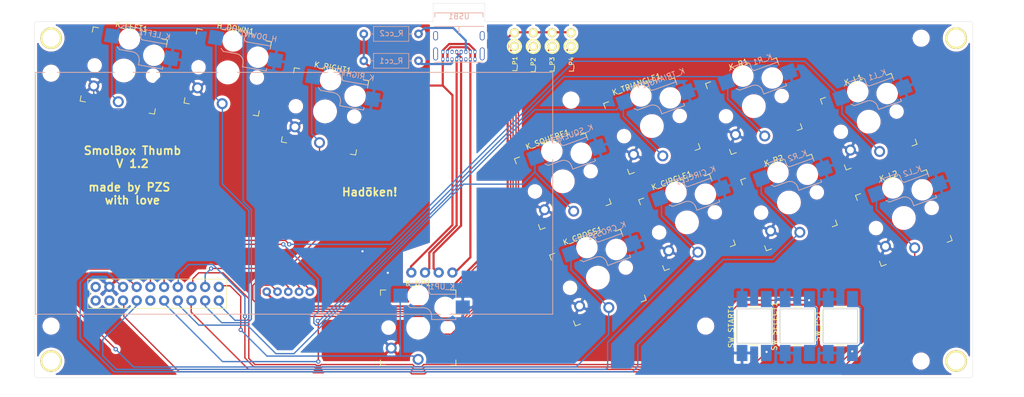
<source format=kicad_pcb>
(kicad_pcb (version 20171130) (host pcbnew "(5.1.9)-1")
  (layers (0 F.Cu signal) (31 B.Cu signal) (34 B.Paste user hide) (35 F.Paste user hide) (36 B.SilkS user) (37 F.SilkS user) (38 B.Mask user) (39 F.Mask user) (44 Edge.Cuts user))
  (net 0 "")
  (net 1 "Net-(BR1-Pad19)")
  (net 2 "Net-(BR1-Pad20)")
  (net 3 "Net-(BR1-Pad17)")
  (net 4 "Net-(BR1-Pad18)")
  (net 5 "Net-(BR1-Pad15)")
  (net 6 "Net-(BR1-Pad16)")
  (net 7 "Net-(BR1-Pad13)")
  (net 8 "Net-(BR1-Pad14)")
  (net 9 "Net-(BR1-Pad11)")
  (net 10 "Net-(BR1-Pad12)")
  (net 11 "Net-(BR1-Pad9)")
  (net 12 "Net-(BR1-Pad10)")
  (net 13 "Net-(BR1-Pad7)")
  (net 14 "Net-(BR1-Pad8)")
  (net 15 "Net-(BR1-Pad5)")
  (net 16 "Net-(BR1-Pad6)")
  (net 17 "Net-(BR1-Pad3)")
  (net 18 "Net-(BR1-Pad4)")
  (net 19 "Net-(BR1-Pad1)")
  (net 20 "Net-(BR1-Pad2)")
  (net 21 "Net-(BR1-Pad24)")
  (net 22 "Net-(BR1-Pad23)")
  (net 23 "Net-(BR1-Pad22)")
  (net 24 "Net-(BR1-Pad21)")
  (net 25 "Net-(BR1-Pad26)")
  (net 26 "Net-(BR1-Pad27)")
  (net 27 "Net-(BR1-Pad25)")
  (net 28 "Net-(R_cc1-Pad1)")
  (net 29 "Net-(R_cc2-Pad1)")
  (net 30 "Net-(USB1-PadA8)")
  (net 31 "Net-(USB1-PadB8)")
  (net 32 "Net-(USB1-PadS1)")
  (net 33 /USB_D-)
  (net 34 /USB_D+)
  (module arcade:SW_PUSH_6mm_hole (layer F.Cu) (at 172.75 146.25 90)
    (fp_text reference SW_PS1 (at 3.25 -2 90) (layer F.SilkS))
    (fp_text value SW_PUSH)
    (pad 1 smd rect (at 8.25 0 180) (size 2 3) (layers B.Cu B.Paste B.Mask) (net 3 "Net-(BR1-Pad17)"))
    (pad 2 smd rect (at 8.25 4.5 180) (size 2 3) (layers B.Cu B.Paste B.Mask) (net 16 "Net-(BR1-Pad6)"))
    (pad 1 smd rect (at -1.75 0 180) (size 2 3) (layers B.Cu B.Paste B.Mask) (net 3 "Net-(BR1-Pad17)"))
    (pad 2 smd rect (at -1.75 4.5 180) (size 2 3) (layers B.Cu B.Paste B.Mask) (net 16 "Net-(BR1-Pad6)"))
  )
  (module arcade:SW_PUSH_6mm_hole (layer F.Cu) (at 164.75 146.25 90)
    (fp_text reference SW_SELECT1 (at 3.25 -2 90) (layer F.SilkS))
    (fp_text value SW_PUSH)
    (pad 1 smd rect (at 8.25 0 180) (size 2 3) (layers B.Cu B.Paste B.Mask) (net 3 "Net-(BR1-Pad17)"))
    (pad 2 smd rect (at 8.25 4.5 180) (size 2 3) (layers B.Cu B.Paste B.Mask) (net 15 "Net-(BR1-Pad5)"))
    (pad 1 smd rect (at -1.75 0 180) (size 2 3) (layers B.Cu B.Paste B.Mask) (net 3 "Net-(BR1-Pad17)"))
    (pad 2 smd rect (at -1.75 4.5 180) (size 2 3) (layers B.Cu B.Paste B.Mask) (net 15 "Net-(BR1-Pad5)"))
  )
  (module arcade:SW_PUSH_6mm_hole (layer F.Cu) (at 156.75 146.25 90)
    (fp_text reference SW_START1 (at 3.25 -2 90) (layer F.SilkS))
    (fp_text value SW_PUSH)
    (pad 1 smd rect (at 8.25 0 180) (size 2 3) (layers B.Cu B.Paste B.Mask) (net 3 "Net-(BR1-Pad17)"))
    (pad 2 smd rect (at 8.25 4.5 180) (size 2 3) (layers B.Cu B.Paste B.Mask) (net 13 "Net-(BR1-Pad7)"))
    (pad 1 smd rect (at -1.75 0 180) (size 2 3) (layers B.Cu B.Paste B.Mask) (net 3 "Net-(BR1-Pad17)"))
    (pad 2 smd rect (at -1.75 4.5 180) (size 2 3) (layers B.Cu B.Paste B.Mask) (net 13 "Net-(BR1-Pad7)"))
  )
  (module MountingHole:MountingHole_2.2mm_M2 (layer F.Cu) (at 125 101)
    (fp_text reference REF** hide)
    (fp_text value MountingHole_2.2mm_M2 hide)
    (pad 1 np_thru_hole circle (at 0 0) (size 2.2 2.2) (drill 2.2) (layers *.Cu *.Mask))
  )
  (module arcade:4085 (layer B.Cu) (at 104.2 87.3)
    (fp_text reference USB1 (at 0 -1.85) (layer B.SilkS) (effects (justify mirror)))
    (fp_text value USB_C_Receptacle_USB2.0)
    (pad S1 thru_hole oval (at 4.325 1.74) (size 0.9 1.7) (drill oval 0.6 1.4) (layers *.Cu *.Mask) (net 32 "Net-(USB1-PadS1)"))
    (pad S1 thru_hole oval (at -4.325 1.74) (size 0.9 1.7) (drill oval 0.6 1.4) (layers *.Cu *.Mask) (net 32 "Net-(USB1-PadS1)"))
    (pad S1 thru_hole oval (at 4.325 5.12) (size 0.9 2.4) (drill oval 0.6 2.1) (layers *.Cu *.Mask) (net 32 "Net-(USB1-PadS1)"))
    (pad S1 thru_hole oval (at -4.325 5.12) (size 0.9 2.4) (drill oval 0.6 2.1) (layers *.Cu *.Mask) (net 32 "Net-(USB1-PadS1)"))
    (pad B1 thru_hole oval (at 2.975 4.775) (size 0.575 0.8) (drill 0.4 (offset 0 -0.05)) (layers *.Cu *.Mask) (net 26 "Net-(BR1-Pad27)"))
    (pad B4 thru_hole oval (at 2.125 4.775) (size 0.575 0.8) (drill 0.4 (offset 0 -0.05)) (layers *.Cu *.Mask) (net 25 "Net-(BR1-Pad26)"))
    (pad B5 thru_hole oval (at 1.275 4.775) (size 0.575 0.8) (drill 0.4 (offset 0 -0.05)) (layers *.Cu *.Mask) (net 29 "Net-(R_cc2-Pad1)"))
    (pad B6 thru_hole oval (at 0.425 4.775) (size 0.575 0.8) (drill 0.4 (offset 0 -0.05)) (layers *.Cu *.Mask) (net 34 /USB_D+))
    (pad B7 thru_hole oval (at -0.425 4.775) (size 0.575 0.8) (drill 0.4 (offset 0 -0.05)) (layers *.Cu *.Mask) (net 33 /USB_D-))
    (pad B8 thru_hole oval (at -1.275 4.775) (size 0.575 0.8) (drill 0.4 (offset 0 -0.05)) (layers *.Cu *.Mask) (net 31 "Net-(USB1-PadB8)"))
    (pad B9 thru_hole oval (at -2.125 4.775) (size 0.575 0.8) (drill 0.4 (offset 0 -0.05)) (layers *.Cu *.Mask) (net 25 "Net-(BR1-Pad26)"))
    (pad B12 thru_hole oval (at -2.975 4.775) (size 0.575 0.8) (drill 0.4 (offset 0 -0.05)) (layers *.Cu *.Mask) (net 26 "Net-(BR1-Pad27)"))
    (pad A12 thru_hole oval (at 2.975 6.1) (size 0.575 0.8) (drill 0.4 (offset 0 0.05)) (layers *.Cu *.Mask) (net 26 "Net-(BR1-Pad27)"))
    (pad A9 thru_hole oval (at 2.125 6.1) (size 0.575 0.8) (drill 0.4 (offset 0 0.05)) (layers *.Cu *.Mask) (net 25 "Net-(BR1-Pad26)"))
    (pad A8 thru_hole oval (at 1.275 6.1) (size 0.575 0.8) (drill 0.4 (offset 0 0.05)) (layers *.Cu *.Mask) (net 30 "Net-(USB1-PadA8)"))
    (pad A7 thru_hole oval (at 0.425 6.1) (size 0.575 0.8) (drill 0.4 (offset 0 0.05)) (layers *.Cu *.Mask) (net 33 /USB_D-))
    (pad A6 thru_hole oval (at -0.425 6.1) (size 0.575 0.8) (drill 0.4 (offset 0 0.05)) (layers *.Cu *.Mask) (net 34 /USB_D+))
    (pad A4 thru_hole oval (at -2.125 6.1) (size 0.575 0.8) (drill 0.4 (offset 0 0.05)) (layers *.Cu *.Mask) (net 25 "Net-(BR1-Pad26)"))
    (pad A1 thru_hole oval (at -2.975 6.1) (size 0.575 0.8) (drill 0.4 (offset 0 0.05)) (layers *.Cu *.Mask) (net 26 "Net-(BR1-Pad27)"))
    (pad A5 thru_hole oval (at -1.275 6.1) (size 0.575 0.8) (drill 0.4 (offset 0 0.05)) (layers *.Cu *.Mask) (net 28 "Net-(R_cc1-Pad1)"))
  )
  (module arcade:Brooks (layer F.Cu) (at 25.6 140.8)
    (fp_text reference BR1 hide)
    (fp_text value DIP1)
    (pad 19 thru_hole circle (at 11.176 -5.08) (size 1.9 1.9) (drill 1) (layers *.Cu *.Mask) (net 1 "Net-(BR1-Pad19)"))
    (pad 20 thru_hole circle (at 11.176 -2.54) (size 1.9 1.9) (drill 1) (layers *.Cu *.Mask) (net 2 "Net-(BR1-Pad20)"))
    (pad 17 thru_hole circle (at 13.716 -5.08) (size 1.9 1.9) (drill 1) (layers *.Cu *.Mask) (net 3 "Net-(BR1-Pad17)"))
    (pad 18 thru_hole circle (at 13.716 -2.54) (size 1.9 1.9) (drill 1) (layers *.Cu *.Mask) (net 4 "Net-(BR1-Pad18)"))
    (pad 15 thru_hole circle (at 16.256 -5.08) (size 1.9 1.9) (drill 1) (layers *.Cu *.Mask) (net 5 "Net-(BR1-Pad15)"))
    (pad 16 thru_hole circle (at 16.256 -2.54) (size 1.9 1.9) (drill 1) (layers *.Cu *.Mask) (net 6 "Net-(BR1-Pad16)"))
    (pad 13 thru_hole circle (at 18.796 -5.08) (size 1.9 1.9) (drill 1) (layers *.Cu *.Mask) (net 7 "Net-(BR1-Pad13)"))
    (pad 14 thru_hole circle (at 18.796 -2.54) (size 1.9 1.9) (drill 1) (layers *.Cu *.Mask) (net 8 "Net-(BR1-Pad14)"))
    (pad 11 thru_hole circle (at 21.336 -5.08) (size 1.9 1.9) (drill 1) (layers *.Cu *.Mask) (net 9 "Net-(BR1-Pad11)"))
    (pad 12 thru_hole circle (at 21.336 -2.54) (size 1.9 1.9) (drill 1) (layers *.Cu *.Mask) (net 10 "Net-(BR1-Pad12)"))
    (pad 9 thru_hole circle (at 23.876 -5.08) (size 1.9 1.9) (drill 1) (layers *.Cu *.Mask) (net 11 "Net-(BR1-Pad9)"))
    (pad 10 thru_hole circle (at 23.876 -2.54) (size 1.9 1.9) (drill 1) (layers *.Cu *.Mask) (net 12 "Net-(BR1-Pad10)"))
    (pad 7 thru_hole circle (at 26.416 -5.08) (size 1.9 1.9) (drill 1) (layers *.Cu *.Mask) (net 13 "Net-(BR1-Pad7)"))
    (pad 8 thru_hole circle (at 26.416 -2.54) (size 1.9 1.9) (drill 1) (layers *.Cu *.Mask) (net 14 "Net-(BR1-Pad8)"))
    (pad 5 thru_hole circle (at 28.956 -5.08) (size 1.9 1.9) (drill 1) (layers *.Cu *.Mask) (net 15 "Net-(BR1-Pad5)"))
    (pad 6 thru_hole circle (at 28.956 -2.54) (size 1.9 1.9) (drill 1) (layers *.Cu *.Mask) (net 16 "Net-(BR1-Pad6)"))
    (pad 3 thru_hole circle (at 31.496 -5.08) (size 1.9 1.9) (drill 1) (layers *.Cu *.Mask) (net 17 "Net-(BR1-Pad3)"))
    (pad 4 thru_hole circle (at 31.496 -2.54) (size 1.9 1.9) (drill 1) (layers *.Cu *.Mask) (net 18 "Net-(BR1-Pad4)"))
    (pad 1 thru_hole circle (at 34.036 -5.08) (size 1.9 1.9) (drill 1) (layers *.Cu *.Mask) (net 19 "Net-(BR1-Pad1)"))
    (pad 2 thru_hole circle (at 34.036 -2.54) (size 1.9 1.9) (drill 1) (layers *.Cu *.Mask) (net 20 "Net-(BR1-Pad2)"))
    (pad 24 thru_hole circle (at 48.926 -4.191) (size 1.6 1.6) (drill 0.8) (layers *.Cu *.Mask) (net 21 "Net-(BR1-Pad24)"))
    (pad 23 thru_hole circle (at 46.926 -4.191) (size 1.6 1.6) (drill 0.8) (layers *.Cu *.Mask) (net 22 "Net-(BR1-Pad23)"))
    (pad 22 thru_hole circle (at 44.926 -4.191) (size 1.6 1.6) (drill 0.8) (layers *.Cu *.Mask) (net 23 "Net-(BR1-Pad22)"))
    (pad 21 thru_hole circle (at 42.926 -4.191) (size 1.6 1.6) (drill 0.8) (layers *.Cu *.Mask) (net 24 "Net-(BR1-Pad21)"))
    (pad 27 thru_hole circle (at 69.7698 -7.747) (size 1.9 1.9) (drill 1) (layers *.Cu *.Mask) (net 26 "Net-(BR1-Pad27)"))
    (pad 28 thru_hole circle (at 72.3098 -7.747) (size 1.9 1.9) (drill 1) (layers *.Cu *.Mask) (net 34 /USB_D+))
    (pad 29 thru_hole circle (at 74.8498 -7.747) (size 1.9 1.9) (drill 1) (layers *.Cu *.Mask) (net 33 /USB_D-))
    (pad 26 thru_hole circle (at 77.3898 -7.747) (size 1.9 1.9) (drill 1) (layers *.Cu *.Mask) (net 25 "Net-(BR1-Pad26)"))
    (pad 25 thru_hole circle (at 50.926 -4.191) (size 1.6 1.6) (drill 0.8) (layers *.Cu *.Mask) (net 27 "Net-(BR1-Pad25)"))
  )
  (module MountingHole:MountingHole_2.2mm_M2 (layer F.Cu) (at 150 143)
    (fp_text reference REF** hide)
    (fp_text value MountingHole_2.2mm_M2 hide)
    (pad 1 np_thru_hole circle (at 0 0) (size 2.2 2.2) (drill 2.2) (layers *.Cu *.Mask))
  )
  (module MountingHole:MountingHole_2.2mm_M2 (layer F.Cu) (at 190 89.5)
    (fp_text reference REF** hide)
    (fp_text value MountingHole_2.2mm_M2)
    (pad 1 np_thru_hole circle (at 0 0) (size 2.2 2.2) (drill 2.2) (layers *.Cu *.Mask))
  )
  (module MountingHole:MountingHole_2.2mm_M2 (layer F.Cu) (at 190 149.5)
    (fp_text reference REF** hide)
    (fp_text value MountingHole_2.2mm_M2)
    (pad "" np_thru_hole circle (at 0 0) (size 2.2 2.2) (drill 2.2) (layers *.Cu *.Mask))
  )
  (module MountingHole:MountingHole_2.2mm_M2 (layer F.Cu) (at 28.5 96)
    (fp_text reference REF** hide)
    (fp_text value MountingHole_2.2mm_M2)
    (pad 1 np_thru_hole circle (at 0 0) (size 2.2 2.2) (drill 2.2) (layers *.Cu *.Mask))
  )
  (module MountingHole:MountingHole_2.2mm_M2 (layer F.Cu) (at 28.5 143)
    (fp_text reference REF** hide)
    (fp_text value MountingHole_2.2mm_M2)
    (pad 1 np_thru_hole circle (at 0 0) (size 2.2 2.2) (drill 2.2) (layers *.Cu *.Mask))
  )
  (module keyboard_parts:HOLE_M3 (layer F.Cu) (at 196.5 149.5)
    (fp_text reference HOLE_M3 hide)
    (fp_text value H1 hide)
    (pad 1 thru_hole circle (at 0 0) (size 4 4) (drill 3.2) (layers *.Cu *.Mask F.SilkS))
  )
  (module keyboard_parts:HOLE_M3 (layer F.Cu) (at 196.5 89.5)
    (fp_text reference HOLE_M3 hide)
    (fp_text value H1 hide)
    (pad 1 thru_hole circle (at 0 0) (size 4 4) (drill 3.2) (layers *.Cu *.Mask F.SilkS))
  )
  (module keyboard_parts:HOLE_M3 (layer F.Cu) (at 28.5 89.5)
    (fp_text reference HOLE_M3 hide)
    (fp_text value H1 hide)
    (pad 1 thru_hole circle (at 0 0) (size 4 4) (drill 3.2) (layers *.Cu *.Mask F.SilkS))
  )
  (module keyboard_parts:HOLE_M3 (layer F.Cu) (at 28.5 149.5)
    (fp_text reference HOLE_M3 hide)
    (fp_text value H1 hide)
    (pad 1 thru_hole circle (at 0 0) (size 4 4) (drill 3.2) (layers *.Cu *.Mask F.SilkS))
  )
  (module keyswitches:Kailh_socket_PG1350_optional (layer F.Cu) (at 61.281532 95.853575 350)
    (fp_text reference H_DOWN1 (at 0 -8.255 170) (layer F.SilkS))
    (fp_text value KEYSW)
    (fp_text user %R (at 4.445 -7.62 170) (layer B.SilkS) (effects (justify mirror)))
    (pad "" np_thru_hole circle (at -5.5 0 350) (size 1.7018 1.7018) (drill 1.7018) (layers *.Cu *.Mask))
    (pad "" np_thru_hole circle (at 5.5 0 350) (size 1.7018 1.7018) (drill 1.7018) (layers *.Cu *.Mask))
    (pad 1 smd rect (at -3.275 -5.95 350) (size 2.6 2.6) (layers B.Cu B.Paste B.Mask) (net 20 "Net-(BR1-Pad2)"))
    (pad "" np_thru_hole circle (at 5 -3.75 350) (size 3 3) (drill 3) (layers *.Cu *.Mask))
    (pad "" np_thru_hole circle (at 0 0 350) (size 3.429 3.429) (drill 3.429) (layers *.Cu *.Mask))
    (pad 2 thru_hole circle (at -5 3.8 350) (size 2.032 2.032) (drill 1.27) (layers *.Cu *.Mask) (net 3 "Net-(BR1-Pad17)"))
    (pad 1 thru_hole circle (at 0 5.9 350) (size 2.032 2.032) (drill 1.27) (layers *.Cu *.Mask) (net 20 "Net-(BR1-Pad2)"))
    (pad "" np_thru_hole circle (at 0 -5.95 350) (size 3 3) (drill 3) (layers *.Cu *.Mask))
    (pad 2 smd rect (at 8.275 -3.75 350) (size 2.6 2.6) (layers B.Cu B.Paste B.Mask) (net 3 "Net-(BR1-Pad17)"))
  )
  (module keyswitches:Kailh_socket_PG1350_optional (layer F.Cu) (at 146.533064 123.725746 20)
    (fp_text reference K_CIRCLE1 (at 0 -8.255 20) (layer F.SilkS))
    (fp_text value KEYSW)
    (fp_text user %R (at 4.445 -7.62 20) (layer B.SilkS) (effects (justify mirror)))
    (pad "" np_thru_hole circle (at -5.5 0 20) (size 1.7018 1.7018) (drill 1.7018) (layers *.Cu *.Mask))
    (pad "" np_thru_hole circle (at 5.5 0 20) (size 1.7018 1.7018) (drill 1.7018) (layers *.Cu *.Mask))
    (pad 1 smd rect (at -3.275 -5.95 20) (size 2.6 2.6) (layers B.Cu B.Paste B.Mask) (net 8 "Net-(BR1-Pad14)"))
    (pad "" np_thru_hole circle (at 5 -3.75 20) (size 3 3) (drill 3) (layers *.Cu *.Mask))
    (pad "" np_thru_hole circle (at 0 0 20) (size 3.429 3.429) (drill 3.429) (layers *.Cu *.Mask))
    (pad 2 thru_hole circle (at -5 3.8 20) (size 2.032 2.032) (drill 1.27) (layers *.Cu *.Mask) (net 3 "Net-(BR1-Pad17)"))
    (pad 1 thru_hole circle (at 0 5.9 20) (size 2.032 2.032) (drill 1.27) (layers *.Cu *.Mask) (net 8 "Net-(BR1-Pad14)"))
    (pad "" np_thru_hole circle (at 0 -5.95 20) (size 3 3) (drill 3) (layers *.Cu *.Mask))
    (pad 2 smd rect (at 8.275 -3.75 20) (size 2.6 2.6) (layers B.Cu B.Paste B.Mask) (net 3 "Net-(BR1-Pad17)"))
  )
  (module keyswitches:Kailh_socket_PG1350_optional (layer F.Cu) (at 180.266131 105.009638 20)
    (fp_text reference K_L1 (at 0 -8.255 20) (layer F.SilkS))
    (fp_text value KEYSW)
    (fp_text user %R (at 4.445 -7.62 20) (layer B.SilkS) (effects (justify mirror)))
    (pad "" np_thru_hole circle (at -5.5 0 20) (size 1.7018 1.7018) (drill 1.7018) (layers *.Cu *.Mask))
    (pad "" np_thru_hole circle (at 5.5 0 20) (size 1.7018 1.7018) (drill 1.7018) (layers *.Cu *.Mask))
    (pad 1 smd rect (at -3.275 -5.95 20) (size 2.6 2.6) (layers B.Cu B.Paste B.Mask) (net 9 "Net-(BR1-Pad11)"))
    (pad "" np_thru_hole circle (at 5 -3.75 20) (size 3 3) (drill 3) (layers *.Cu *.Mask))
    (pad "" np_thru_hole circle (at 0 0 20) (size 3.429 3.429) (drill 3.429) (layers *.Cu *.Mask))
    (pad 2 thru_hole circle (at -5 3.8 20) (size 2.032 2.032) (drill 1.27) (layers *.Cu *.Mask) (net 3 "Net-(BR1-Pad17)"))
    (pad 1 thru_hole circle (at 0 5.9 20) (size 2.032 2.032) (drill 1.27) (layers *.Cu *.Mask) (net 9 "Net-(BR1-Pad11)"))
    (pad "" np_thru_hole circle (at 0 -5.95 20) (size 3 3) (drill 3) (layers *.Cu *.Mask))
    (pad 2 smd rect (at 8.275 -3.75 20) (size 2.6 2.6) (layers B.Cu B.Paste B.Mask) (net 3 "Net-(BR1-Pad17)"))
  )
  (module keyswitches:Kailh_socket_PG1350_optional (layer F.Cu) (at 186.781615 122.910782 20)
    (fp_text reference K_L2 (at 0 -8.255 20) (layer F.SilkS))
    (fp_text value KEYSW)
    (fp_text user %R (at 4.445 -7.62 20) (layer B.SilkS) (effects (justify mirror)))
    (pad "" np_thru_hole circle (at -5.5 0 20) (size 1.7018 1.7018) (drill 1.7018) (layers *.Cu *.Mask))
    (pad "" np_thru_hole circle (at 5.5 0 20) (size 1.7018 1.7018) (drill 1.7018) (layers *.Cu *.Mask))
    (pad 1 smd rect (at -3.275 -5.95 20) (size 2.6 2.6) (layers B.Cu B.Paste B.Mask) (net 6 "Net-(BR1-Pad16)"))
    (pad "" np_thru_hole circle (at 5 -3.75 20) (size 3 3) (drill 3) (layers *.Cu *.Mask))
    (pad "" np_thru_hole circle (at 0 0 20) (size 3.429 3.429) (drill 3.429) (layers *.Cu *.Mask))
    (pad 2 thru_hole circle (at -5 3.8 20) (size 2.032 2.032) (drill 1.27) (layers *.Cu *.Mask) (net 3 "Net-(BR1-Pad17)"))
    (pad 1 thru_hole circle (at 0 5.9 20) (size 2.032 2.032) (drill 1.27) (layers *.Cu *.Mask) (net 6 "Net-(BR1-Pad16)"))
    (pad "" np_thru_hole circle (at 0 -5.95 20) (size 3 3) (drill 3) (layers *.Cu *.Mask))
    (pad 2 smd rect (at 8.275 -3.75 20) (size 2.6 2.6) (layers B.Cu B.Paste B.Mask) (net 3 "Net-(BR1-Pad17)"))
  )
  (module keyswitches:Kailh_socket_PG1350_optional (layer F.Cu) (at 42 95.5 350)
    (fp_text reference K_LEFT1 (at 0 -8.255 170) (layer F.SilkS))
    (fp_text value KEYSW)
    (fp_text user %R (at 4.445 -7.62 170) (layer B.SilkS) (effects (justify mirror)))
    (pad "" np_thru_hole circle (at -5.5 0 350) (size 1.7018 1.7018) (drill 1.7018) (layers *.Cu *.Mask))
    (pad "" np_thru_hole circle (at 5.5 0 350) (size 1.7018 1.7018) (drill 1.7018) (layers *.Cu *.Mask))
    (pad 1 smd rect (at -3.275 -5.95 350) (size 2.6 2.6) (layers B.Cu B.Paste B.Mask) (net 18 "Net-(BR1-Pad4)"))
    (pad "" np_thru_hole circle (at 5 -3.75 350) (size 3 3) (drill 3) (layers *.Cu *.Mask))
    (pad "" np_thru_hole circle (at 0 0 350) (size 3.429 3.429) (drill 3.429) (layers *.Cu *.Mask))
    (pad 2 thru_hole circle (at -5 3.8 350) (size 2.032 2.032) (drill 1.27) (layers *.Cu *.Mask) (net 3 "Net-(BR1-Pad17)"))
    (pad 1 thru_hole circle (at 0 5.9 350) (size 2.032 2.032) (drill 1.27) (layers *.Cu *.Mask) (net 18 "Net-(BR1-Pad4)"))
    (pad "" np_thru_hole circle (at 0 -5.95 350) (size 3 3) (drill 3) (layers *.Cu *.Mask))
    (pad 2 smd rect (at 8.275 -3.75 350) (size 2.6 2.6) (layers B.Cu B.Paste B.Mask) (net 3 "Net-(BR1-Pad17)"))
  )
  (module keyswitches:Kailh_socket_PG1350_optional (layer F.Cu) (at 158.944785 102.128195 20)
    (fp_text reference K_R1 (at 0 -8.255 20) (layer F.SilkS))
    (fp_text value KEYSW)
    (fp_text user %R (at 4.445 -7.62 20) (layer B.SilkS) (effects (justify mirror)))
    (pad "" np_thru_hole circle (at -5.5 0 20) (size 1.7018 1.7018) (drill 1.7018) (layers *.Cu *.Mask))
    (pad "" np_thru_hole circle (at 5.5 0 20) (size 1.7018 1.7018) (drill 1.7018) (layers *.Cu *.Mask))
    (pad 1 smd rect (at -3.275 -5.95 20) (size 2.6 2.6) (layers B.Cu B.Paste B.Mask) (net 12 "Net-(BR1-Pad10)"))
    (pad "" np_thru_hole circle (at 5 -3.75 20) (size 3 3) (drill 3) (layers *.Cu *.Mask))
    (pad "" np_thru_hole circle (at 0 0 20) (size 3.429 3.429) (drill 3.429) (layers *.Cu *.Mask))
    (pad 2 thru_hole circle (at -5 3.8 20) (size 2.032 2.032) (drill 1.27) (layers *.Cu *.Mask) (net 3 "Net-(BR1-Pad17)"))
    (pad 1 thru_hole circle (at 0 5.9 20) (size 2.032 2.032) (drill 1.27) (layers *.Cu *.Mask) (net 12 "Net-(BR1-Pad10)"))
    (pad "" np_thru_hole circle (at 0 -5.95 20) (size 3 3) (drill 3) (layers *.Cu *.Mask))
    (pad 2 smd rect (at 8.275 -3.75 20) (size 2.6 2.6) (layers B.Cu B.Paste B.Mask) (net 3 "Net-(BR1-Pad17)"))
  )
  (module keyswitches:Kailh_socket_PG1350_optional (layer F.Cu) (at 165.460269 120.02934 20)
    (fp_text reference K_R2 (at 0 -8.255 20) (layer F.SilkS))
    (fp_text value KEYSW)
    (fp_text user %R (at 4.445 -7.62 20) (layer B.SilkS) (effects (justify mirror)))
    (pad "" np_thru_hole circle (at -5.5 0 20) (size 1.7018 1.7018) (drill 1.7018) (layers *.Cu *.Mask))
    (pad "" np_thru_hole circle (at 5.5 0 20) (size 1.7018 1.7018) (drill 1.7018) (layers *.Cu *.Mask))
    (pad 1 smd rect (at -3.275 -5.95 20) (size 2.6 2.6) (layers B.Cu B.Paste B.Mask) (net 5 "Net-(BR1-Pad15)"))
    (pad "" np_thru_hole circle (at 5 -3.75 20) (size 3 3) (drill 3) (layers *.Cu *.Mask))
    (pad "" np_thru_hole circle (at 0 0 20) (size 3.429 3.429) (drill 3.429) (layers *.Cu *.Mask))
    (pad 2 thru_hole circle (at -5 3.8 20) (size 2.032 2.032) (drill 1.27) (layers *.Cu *.Mask) (net 3 "Net-(BR1-Pad17)"))
    (pad 1 thru_hole circle (at 0 5.9 20) (size 2.032 2.032) (drill 1.27) (layers *.Cu *.Mask) (net 5 "Net-(BR1-Pad15)"))
    (pad "" np_thru_hole circle (at 0 -5.95 20) (size 3 3) (drill 3) (layers *.Cu *.Mask))
    (pad 2 smd rect (at 8.275 -3.75 20) (size 2.6 2.6) (layers B.Cu B.Paste B.Mask) (net 3 "Net-(BR1-Pad17)"))
  )
  (module keyswitches:Kailh_socket_PG1350_optional (layer F.Cu) (at 79.347526 103.100803 350)
    (fp_text reference K_RIGHT1 (at 0 -8.255 170) (layer F.SilkS))
    (fp_text value KEYSW)
    (fp_text user %R (at 4.445 -7.62 170) (layer B.SilkS) (effects (justify mirror)))
    (pad "" np_thru_hole circle (at -5.5 0 350) (size 1.7018 1.7018) (drill 1.7018) (layers *.Cu *.Mask))
    (pad "" np_thru_hole circle (at 5.5 0 350) (size 1.7018 1.7018) (drill 1.7018) (layers *.Cu *.Mask))
    (pad 1 smd rect (at -3.275 -5.95 350) (size 2.6 2.6) (layers B.Cu B.Paste B.Mask) (net 17 "Net-(BR1-Pad3)"))
    (pad "" np_thru_hole circle (at 5 -3.75 350) (size 3 3) (drill 3) (layers *.Cu *.Mask))
    (pad "" np_thru_hole circle (at 0 0 350) (size 3.429 3.429) (drill 3.429) (layers *.Cu *.Mask))
    (pad 2 thru_hole circle (at -5 3.8 350) (size 2.032 2.032) (drill 1.27) (layers *.Cu *.Mask) (net 3 "Net-(BR1-Pad17)"))
    (pad 1 thru_hole circle (at 0 5.9 350) (size 2.032 2.032) (drill 1.27) (layers *.Cu *.Mask) (net 17 "Net-(BR1-Pad3)"))
    (pad "" np_thru_hole circle (at 0 -5.95 350) (size 3 3) (drill 3) (layers *.Cu *.Mask))
    (pad 2 smd rect (at 8.275 -3.75 350) (size 2.6 2.6) (layers B.Cu B.Paste B.Mask) (net 3 "Net-(BR1-Pad17)"))
  )
  (module keyswitches:Kailh_socket_PG1350_optional (layer F.Cu) (at 123.484516 116.098856 20)
    (fp_text reference K_SQUERE1 (at 0 -8.255 20) (layer F.SilkS))
    (fp_text value KEYSW)
    (fp_text user %R (at 4.445 -7.62 20) (layer B.SilkS) (effects (justify mirror)))
    (pad "" np_thru_hole circle (at -5.5 0 20) (size 1.7018 1.7018) (drill 1.7018) (layers *.Cu *.Mask))
    (pad "" np_thru_hole circle (at 5.5 0 20) (size 1.7018 1.7018) (drill 1.7018) (layers *.Cu *.Mask))
    (pad 1 smd rect (at -3.275 -5.95 20) (size 2.6 2.6) (layers B.Cu B.Paste B.Mask) (net 14 "Net-(BR1-Pad8)"))
    (pad "" np_thru_hole circle (at 5 -3.75 20) (size 3 3) (drill 3) (layers *.Cu *.Mask))
    (pad "" np_thru_hole circle (at 0 0 20) (size 3.429 3.429) (drill 3.429) (layers *.Cu *.Mask))
    (pad 2 thru_hole circle (at -5 3.8 20) (size 2.032 2.032) (drill 1.27) (layers *.Cu *.Mask) (net 3 "Net-(BR1-Pad17)"))
    (pad 1 thru_hole circle (at 0 5.9 20) (size 2.032 2.032) (drill 1.27) (layers *.Cu *.Mask) (net 14 "Net-(BR1-Pad8)"))
    (pad "" np_thru_hole circle (at 0 -5.95 20) (size 3 3) (drill 3) (layers *.Cu *.Mask))
    (pad 2 smd rect (at 8.275 -3.75 20) (size 2.6 2.6) (layers B.Cu B.Paste B.Mask) (net 3 "Net-(BR1-Pad17)"))
  )
  (module keyswitches:Kailh_socket_PG1350_optional (layer F.Cu) (at 140.01758 105.824601 20)
    (fp_text reference K_TRIANGLE1 (at 0 -8.255 20) (layer F.SilkS))
    (fp_text value KEYSW)
    (fp_text user %R (at 4.445 -7.62 20) (layer B.SilkS) (effects (justify mirror)))
    (pad "" np_thru_hole circle (at -5.5 0 20) (size 1.7018 1.7018) (drill 1.7018) (layers *.Cu *.Mask))
    (pad "" np_thru_hole circle (at 5.5 0 20) (size 1.7018 1.7018) (drill 1.7018) (layers *.Cu *.Mask))
    (pad 1 smd rect (at -3.275 -5.95 20) (size 2.6 2.6) (layers B.Cu B.Paste B.Mask) (net 11 "Net-(BR1-Pad9)"))
    (pad "" np_thru_hole circle (at 5 -3.75 20) (size 3 3) (drill 3) (layers *.Cu *.Mask))
    (pad "" np_thru_hole circle (at 0 0 20) (size 3.429 3.429) (drill 3.429) (layers *.Cu *.Mask))
    (pad 2 thru_hole circle (at -5 3.8 20) (size 2.032 2.032) (drill 1.27) (layers *.Cu *.Mask) (net 3 "Net-(BR1-Pad17)"))
    (pad 1 thru_hole circle (at 0 5.9 20) (size 2.032 2.032) (drill 1.27) (layers *.Cu *.Mask) (net 11 "Net-(BR1-Pad9)"))
    (pad "" np_thru_hole circle (at 0 -5.95 20) (size 3 3) (drill 3) (layers *.Cu *.Mask))
    (pad 2 smd rect (at 8.275 -3.75 20) (size 2.6 2.6) (layers B.Cu B.Paste B.Mask) (net 3 "Net-(BR1-Pad17)"))
  )
  (module keyswitches:Kailh_socket_PG1350_optional (layer F.Cu) (at 96.635383 143.292465)
    (fp_text reference K_UP1 (at 0 -8.255) (layer F.SilkS))
    (fp_text value KEYSW)
    (fp_text user %R (at 4.445 -7.62) (layer B.SilkS) (effects (justify mirror)))
    (pad 2 smd rect (at 8.275 -3.75) (size 2.6 2.6) (layers B.Cu B.Paste B.Mask) (net 3 "Net-(BR1-Pad17)"))
    (pad "" np_thru_hole circle (at 0 -5.95) (size 3 3) (drill 3) (layers *.Cu *.Mask))
    (pad 1 thru_hole circle (at 0 5.9) (size 2.032 2.032) (drill 1.27) (layers *.Cu *.Mask) (net 19 "Net-(BR1-Pad1)"))
    (pad 2 thru_hole circle (at -5 3.8) (size 2.032 2.032) (drill 1.27) (layers *.Cu *.Mask) (net 3 "Net-(BR1-Pad17)"))
    (pad "" np_thru_hole circle (at 0 0) (size 3.429 3.429) (drill 3.429) (layers *.Cu *.Mask))
    (pad "" np_thru_hole circle (at 5 -3.75) (size 3 3) (drill 3) (layers *.Cu *.Mask))
    (pad 1 smd rect (at -3.275 -5.95) (size 2.6 2.6) (layers B.Cu B.Paste B.Mask) (net 19 "Net-(BR1-Pad1)"))
    (pad "" np_thru_hole circle (at 5.5 0) (size 1.7018 1.7018) (drill 1.7018) (layers *.Cu *.Mask))
    (pad "" np_thru_hole circle (at -5.5 0) (size 1.7018 1.7018) (drill 1.7018) (layers *.Cu *.Mask))
  )
  (module keyboard_parts:LED_TH (layer F.Cu) (at 114.5 89.75 90)
    (fp_text reference L_P1 (at -4.55 0.1 90) (layer F.SilkS) (effects (font (size 0.8 0.8))))
    (fp_text value LED hide)
    (pad 2 thru_hole circle (at 1.27 0 90) (size 1.7 1.7) (drill 1) (layers *.Cu *.Mask F.SilkS) (net 24 "Net-(BR1-Pad21)"))
    (pad 1 thru_hole circle (at -1.27 0 90) (size 1.7 1.7) (drill 1) (layers *.Cu *.Mask F.SilkS) (net 23 "Net-(BR1-Pad22)"))
  )
  (module keyboard_parts:LED_TH (layer F.Cu) (at 118 89.75 90)
    (fp_text reference L_P2 (at -4.75 0 90) (layer F.SilkS) (effects (font (size 0.8 0.8))))
    (fp_text value LED hide)
    (pad 2 thru_hole circle (at 1.27 0 90) (size 1.7 1.7) (drill 1) (layers *.Cu *.Mask F.SilkS) (net 24 "Net-(BR1-Pad21)"))
    (pad 1 thru_hole circle (at -1.27 0 90) (size 1.7 1.7) (drill 1) (layers *.Cu *.Mask F.SilkS) (net 22 "Net-(BR1-Pad23)"))
  )
  (module keyboard_parts:LED_TH (layer F.Cu) (at 121.5 89.75 90)
    (fp_text reference L_P3 (at -4.65 0 90) (layer F.SilkS) (effects (font (size 0.8 0.8))))
    (fp_text value LED hide)
    (pad 2 thru_hole circle (at 1.27 0 90) (size 1.7 1.7) (drill 1) (layers *.Cu *.Mask F.SilkS) (net 24 "Net-(BR1-Pad21)"))
    (pad 1 thru_hole circle (at -1.27 0 90) (size 1.7 1.7) (drill 1) (layers *.Cu *.Mask F.SilkS) (net 21 "Net-(BR1-Pad24)"))
  )
  (module keyboard_parts:LED_TH (layer F.Cu) (at 125 89.75 90)
    (fp_text reference L_P4 (at -4.65 0.1 90) (layer F.SilkS) (effects (font (size 0.8 0.8))))
    (fp_text value LED hide)
    (pad 2 thru_hole circle (at 1.27 0 90) (size 1.7 1.7) (drill 1) (layers *.Cu *.Mask F.SilkS) (net 24 "Net-(BR1-Pad21)"))
    (pad 1 thru_hole circle (at -1.27 0 90) (size 1.7 1.7) (drill 1) (layers *.Cu *.Mask F.SilkS) (net 27 "Net-(BR1-Pad25)"))
  )
  (module keyswitches:Kailh_socket_PG1350_optional (layer F.Cu) (at 130 134 20)
    (fp_text reference K_CROSS1 (at 0 -8.255 20) (layer F.SilkS))
    (fp_text value KEYSW)
    (fp_text user %R (at 4.445 -7.62 20) (layer B.SilkS) (effects (justify mirror)))
    (pad "" np_thru_hole circle (at -5.5 0 20) (size 1.7018 1.7018) (drill 1.7018) (layers *.Cu *.Mask))
    (pad "" np_thru_hole circle (at 5.5 0 20) (size 1.7018 1.7018) (drill 1.7018) (layers *.Cu *.Mask))
    (pad 1 smd rect (at -3.275 -5.95 20) (size 2.6 2.6) (layers B.Cu B.Paste B.Mask) (net 7 "Net-(BR1-Pad13)"))
    (pad "" np_thru_hole circle (at 5 -3.75 20) (size 3 3) (drill 3) (layers *.Cu *.Mask))
    (pad "" np_thru_hole circle (at 0 0 20) (size 3.429 3.429) (drill 3.429) (layers *.Cu *.Mask))
    (pad 2 thru_hole circle (at -5 3.8 20) (size 2.032 2.032) (drill 1.27) (layers *.Cu *.Mask) (net 3 "Net-(BR1-Pad17)"))
    (pad 1 thru_hole circle (at 0 5.9 20) (size 2.032 2.032) (drill 1.27) (layers *.Cu *.Mask) (net 7 "Net-(BR1-Pad13)"))
    (pad "" np_thru_hole circle (at 0 -5.95 20) (size 3 3) (drill 3) (layers *.Cu *.Mask))
    (pad 2 smd rect (at 8.275 -3.75 20) (size 2.6 2.6) (layers B.Cu B.Paste B.Mask) (net 3 "Net-(BR1-Pad17)"))
  )
  (module Resistor_THT:R_Axial_DIN0207_L6.3mm_D2.5mm_P10.16mm_Horizontal (layer B.Cu) (at 96.7 93.7 180)
    (fp_text reference R_cc1 (at 5.08 0 180) (layer B.SilkS) (effects (justify mirror)))
    (fp_text value R)
    (pad 1 thru_hole circle (at 0 0 180) (size 1.6 1.6) (drill 0.8) (layers *.Cu *.Mask) (net 28 "Net-(R_cc1-Pad1)"))
    (pad 2 thru_hole oval (at 10.16 0 180) (size 1.6 1.6) (drill 0.8) (layers *.Cu *.Mask) (net 26 "Net-(BR1-Pad27)"))
  )
  (module Resistor_THT:R_Axial_DIN0207_L6.3mm_D2.5mm_P10.16mm_Horizontal (layer B.Cu) (at 96.7 88.7 180)
    (fp_text reference R_cc2 (at 5 0.1 180) (layer B.SilkS) (effects (justify mirror)))
    (fp_text value R)
    (pad 2 thru_hole oval (at 10.16 0 180) (size 1.6 1.6) (drill 0.8) (layers *.Cu *.Mask) (net 26 "Net-(BR1-Pad27)"))
    (pad 1 thru_hole circle (at 0 0 180) (size 1.6 1.6) (drill 0.8) (layers *.Cu *.Mask) (net 29 "Net-(R_cc2-Pad1)"))
  )
  (gr_line (start 171.8 139.8) (end 171.8 146.2) (layer Edge.Cuts) (width 0.15))
  (gr_line (start 178.2 146.2) (end 178.2 139.8) (layer Edge.Cuts) (width 0.15))
  (gr_line (start 178.2 139.8) (end 171.8 139.8) (layer Edge.Cuts) (width 0.15))
  (gr_line (start 171.8 146.2) (end 178.2 146.2) (layer Edge.Cuts) (width 0.15))
  (gr_line (start 163.8 139.8) (end 163.8 146.2) (layer Edge.Cuts) (width 0.15))
  (gr_line (start 170.2 146.2) (end 170.2 139.8) (layer Edge.Cuts) (width 0.15))
  (gr_line (start 170.2 139.8) (end 163.8 139.8) (layer Edge.Cuts) (width 0.15))
  (gr_line (start 163.8 146.2) (end 170.2 146.2) (layer Edge.Cuts) (width 0.15))
  (gr_line (start 162.2 139.8) (end 155.8 139.8) (layer Edge.Cuts) (width 0.15))
  (gr_line (start 162.2 146.2) (end 162.2 139.8) (layer Edge.Cuts) (width 0.15))
  (gr_line (start 155.8 146.2) (end 162.2 146.2) (layer Edge.Cuts) (width 0.15))
  (gr_line (start 155.8 139.8) (end 155.8 146.2) (layer Edge.Cuts) (width 0.15))
  (gr_text "made by PZS \nwith love" (at 43.6 118.4) (layer F.SilkS) (effects (font (size 1.5 1.5) (thickness 0.3))))
  (gr_text "SmolBox Thumb\nV 1.2" (at 43.6 111.6) (layer F.SilkS) (effects (font (size 1.5 1.5) (thickness 0.3))))
  (gr_text "Hadōken! " (at 88.2 118.1) (layer F.SilkS) (effects (font (size 1.5 1.5) (thickness 0.3))))
  (gr_line (start 109 86.4) (end 199.1 86.4) (layer Edge.Cuts) (width 0.05))
  (gr_line (start 25.9 86.4) (end 99.4 86.4) (layer Edge.Cuts) (width 0.05))
  (gr_line (start 109 83) (end 109 86.4) (layer Edge.Cuts) (width 0.05))
  (gr_line (start 99.4 83) (end 109 83) (layer Edge.Cuts) (width 0.05))
  (gr_line (start 99.4 86.4) (end 99.4 83) (layer Edge.Cuts) (width 0.05))
  (gr_arc (start 199.1 152.1) (end 199.1 152.6) (angle -90) (layer Edge.Cuts) (width 0.05))
  (gr_arc (start 199.1 86.9) (end 199.6 86.9) (angle -90) (layer Edge.Cuts) (width 0.05))
  (gr_arc (start 25.9 86.9) (end 25.9 86.4) (angle -90) (layer Edge.Cuts) (width 0.05))
  (gr_arc (start 25.9 152.1) (end 25.4 152.1) (angle -90) (layer Edge.Cuts) (width 0.05))
  (gr_line (start 25.4 86.9) (end 25.4 152.1) (layer Edge.Cuts) (width 0.05))
  (gr_line (start 199.6 152.1) (end 199.6 86.9) (layer Edge.Cuts) (width 0.05))
  (gr_line (start 25.9 152.6) (end 199.1 152.6) (layer Edge.Cuts) (width 0.05))
  (segment (start 173.076035 113.894825) (end 172.865249 113.684039) (width 0.25) (layer B.Cu) (net 3))
  (segment (start 42.960475 102.651367) (end 50.7 94.911842) (width 0.25) (layer B.Cu) (net 3))
  (segment (start 39.256596 102.651367) (end 42.960475 102.651367) (width 0.25) (layer B.Cu) (net 3))
  (segment (start 36.416098 99.810869) (end 39.256596 102.651367) (width 0.25) (layer B.Cu) (net 3))
  (segment (start 36.416098 98.374029) (end 36.416098 99.810869) (width 0.25) (layer B.Cu) (net 3))
  (segment (start 50.7 94.911842) (end 50.7 93.7) (width 0.25) (layer B.Cu) (net 3))
  (via (at 86.3 129.1) (size 0.8) (drill 0.4) (layers F.Cu B.Cu) (net 3))
  (via (at 91 133.1) (size 0.8) (drill 0.4) (layers F.Cu B.Cu) (net 3))
  (segment (start 87 129.1) (end 91 133.1) (width 0.25) (layer F.Cu) (net 3))
  (segment (start 86.3 129.1) (end 87 129.1) (width 0.25) (layer F.Cu) (net 3))
  (segment (start 167.478188 125.573526) (end 160.3 118.395338) (width 0.25) (layer B.Cu) (net 5))
  (segment (start 160.3 118.395338) (end 160.3 115.8) (width 0.25) (layer B.Cu) (net 5))
  (segment (start 160.3 116.862416) (end 160.3 117.4) (width 0.25) (layer B.Cu) (net 5))
  (segment (start 137.399978 150.500022) (end 136.5 151.4) (width 0.25) (layer B.Cu) (net 5))
  (segment (start 137.399978 146.500022) (end 137.399978 150.500022) (width 0.25) (layer B.Cu) (net 5))
  (segment (start 162.440781 130.610933) (end 153.289067 130.610933) (width 0.25) (layer B.Cu) (net 5))
  (segment (start 153.289067 130.610933) (end 137.399978 146.500022) (width 0.25) (layer B.Cu) (net 5))
  (segment (start 167.478188 125.573526) (end 162.440781 130.610933) (width 0.25) (layer B.Cu) (net 5))
  (segment (start 39 133) (end 42.1 136.1) (width 0.25) (layer B.Cu) (net 5))
  (segment (start 35.8 133) (end 39 133) (width 0.25) (layer B.Cu) (net 5))
  (segment (start 33.9 134.9) (end 35.8 133) (width 0.25) (layer B.Cu) (net 5))
  (segment (start 33.9 145.2) (end 33.9 134.9) (width 0.25) (layer B.Cu) (net 5))
  (segment (start 40.200022 151.500022) (end 33.9 145.2) (width 0.25) (layer B.Cu) (net 5))
  (segment (start 136.399978 151.500022) (end 40.200022 151.500022) (width 0.25) (layer B.Cu) (net 5))
  (segment (start 136.5 151.4) (end 136.399978 151.500022) (width 0.25) (layer B.Cu) (net 5))
  (segment (start 188.799534 128.454968) (end 181.7 121.355434) (width 0.25) (layer B.Cu) (net 6))
  (segment (start 181.7 121.355434) (end 181.7 118.6) (width 0.25) (layer B.Cu) (net 6))
  (segment (start 97.838264 151.883499) (end 98.221762 151.5) (width 0.25) (layer F.Cu) (net 6))
  (segment (start 95.432502 151.883499) (end 97.838264 151.883499) (width 0.25) (layer F.Cu) (net 6))
  (segment (start 95.049004 151.5) (end 95.432502 151.883499) (width 0.25) (layer F.Cu) (net 6))
  (segment (start 79.182237 151.5) (end 95.049004 151.5) (width 0.25) (layer F.Cu) (net 6))
  (segment (start 79.007201 151.675036) (end 79.182237 151.5) (width 0.25) (layer F.Cu) (net 6))
  (segment (start 77.192799 151.675036) (end 79.007201 151.675036) (width 0.25) (layer F.Cu) (net 6))
  (segment (start 77.017763 151.5) (end 77.192799 151.675036) (width 0.25) (layer F.Cu) (net 6))
  (segment (start 52.3 151.5) (end 77.017763 151.5) (width 0.25) (layer F.Cu) (net 6))
  (segment (start 42 141.2) (end 52.3 151.5) (width 0.25) (layer F.Cu) (net 6))
  (segment (start 188.8 137.4) (end 188.8 129.3) (width 0.25) (layer F.Cu) (net 6))
  (segment (start 174.7 151.5) (end 188.8 137.4) (width 0.25) (layer F.Cu) (net 6))
  (segment (start 42 138.3) (end 42 141.2) (width 0.25) (layer F.Cu) (net 6))
  (segment (start 98.221762 151.5) (end 174.7 151.5) (width 0.25) (layer F.Cu) (net 6))
  (segment (start 132.017919 139.544186) (end 125 132.526267) (width 0.25) (layer B.Cu) (net 7))
  (segment (start 125 132.526267) (end 125 129.6) (width 0.25) (layer B.Cu) (net 7))
  (via (at 40.5 147.3) (size 0.8) (drill 0.4) (layers F.Cu B.Cu) (net 7))
  (segment (start 41 132.4) (end 44.4 135.8) (width 0.25) (layer F.Cu) (net 7))
  (segment (start 33.3 132.4) (end 41 132.4) (width 0.25) (layer F.Cu) (net 7))
  (segment (start 31.2 138) (end 31.2 134.5) (width 0.25) (layer F.Cu) (net 7))
  (segment (start 31.2 134.5) (end 33.3 132.4) (width 0.25) (layer F.Cu) (net 7))
  (segment (start 40.5 147.3) (end 31.2 138) (width 0.25) (layer F.Cu) (net 7))
  (segment (start 43.8 150.6) (end 40.5 147.3) (width 0.25) (layer B.Cu) (net 7))
  (segment (start 125.962105 150.6) (end 43.8 150.6) (width 0.25) (layer B.Cu) (net 7))
  (segment (start 132 144.562105) (end 125.962105 150.6) (width 0.25) (layer B.Cu) (net 7))
  (segment (start 132 139.6) (end 132 144.562105) (width 0.25) (layer B.Cu) (net 7))
  (segment (start 148.550983 129.269932) (end 141.8 122.518949) (width 0.25) (layer B.Cu) (net 8))
  (segment (start 141.8 122.518949) (end 141.8 119.6) (width 0.25) (layer B.Cu) (net 8))
  (segment (start 131.8 150.7) (end 131.5 151) (width 0.25) (layer B.Cu) (net 8))
  (segment (start 131.8 146.020915) (end 131.8 150.7) (width 0.25) (layer B.Cu) (net 8))
  (segment (start 148.550983 129.269932) (end 131.8 146.020915) (width 0.25) (layer B.Cu) (net 8))
  (segment (start 38.1 145.5) (end 44.5 139.1) (width 0.25) (layer B.Cu) (net 8))
  (segment (start 38.1 148.5) (end 38.1 145.5) (width 0.25) (layer B.Cu) (net 8))
  (segment (start 40.650011 151.050011) (end 38.1 148.5) (width 0.25) (layer B.Cu) (net 8))
  (segment (start 131.449989 151.050011) (end 40.650011 151.050011) (width 0.25) (layer B.Cu) (net 8))
  (segment (start 131.8 150.7) (end 131.449989 151.050011) (width 0.25) (layer B.Cu) (net 8))
  (segment (start 182.28405 110.553824) (end 175.3 103.569774) (width 0.25) (layer B.Cu) (net 9))
  (segment (start 175.3 103.569774) (end 175.3 100.6) (width 0.25) (layer B.Cu) (net 9))
  (via (at 72.7 127.8) (size 0.8) (drill 0.4) (layers F.Cu B.Cu) (net 9))
  (segment (start 71.974998 127.074998) (end 72.7 127.8) (width 0.25) (layer F.Cu) (net 9))
  (segment (start 53.825002 127.074998) (end 71.974998 127.074998) (width 0.25) (layer F.Cu) (net 9))
  (segment (start 46.936 133.964) (end 53.825002 127.074998) (width 0.25) (layer F.Cu) (net 9))
  (segment (start 46.936 136.22) (end 46.936 133.964) (width 0.25) (layer F.Cu) (net 9))
  (segment (start 175.153618 100.538583) (end 168.397929 93.782894) (width 0.25) (layer B.Cu) (net 9))
  (segment (start 126.117106 93.782894) (end 125.880695 93.782894) (width 0.25) (layer B.Cu) (net 9))
  (segment (start 168.397929 93.782894) (end 126.117106 93.782894) (width 0.25) (layer B.Cu) (net 9))
  (segment (start 125.617106 93.782894) (end 126.117106 93.782894) (width 0.25) (layer B.Cu) (net 9))
  (segment (start 120.45 98.95) (end 125.617106 93.782894) (width 0.25) (layer B.Cu) (net 9))
  (segment (start 120.299988 99.100012) (end 120.45 98.95) (width 0.25) (layer B.Cu) (net 9))
  (segment (start 120.299991 99.100009) (end 120.45 98.95) (width 0.25) (layer B.Cu) (net 9))
  (segment (start 73.265685 127.8) (end 72.7 127.8) (width 0.25) (layer B.Cu) (net 9))
  (segment (start 91.6 127.8) (end 73.265685 127.8) (width 0.25) (layer B.Cu) (net 9))
  (segment (start 121.4 98) (end 91.6 127.8) (width 0.25) (layer B.Cu) (net 9))
  (segment (start 142.035499 111.368787) (end 134.7 104.033288) (width 0.25) (layer B.Cu) (net 11))
  (segment (start 134.7 104.033288) (end 134.7 101.6) (width 0.25) (layer B.Cu) (net 11))
  (via (at 71.6 127.8) (size 0.8) (drill 0.4) (layers F.Cu B.Cu) (net 11))
  (segment (start 53.9 127.8) (end 71.6 127.8) (width 0.25) (layer F.Cu) (net 11))
  (segment (start 49.476 132.224) (end 53.9 127.8) (width 0.25) (layer F.Cu) (net 11))
  (segment (start 49.476 136.22) (end 49.476 132.224) (width 0.25) (layer F.Cu) (net 11))
  (segment (start 78.1 134.3) (end 71.6 127.8) (width 0.25) (layer B.Cu) (net 11))
  (segment (start 78.1 140.326998) (end 78.1 134.3) (width 0.25) (layer B.Cu) (net 11))
  (segment (start 77.274999 141.151999) (end 78.1 140.326998) (width 0.25) (layer B.Cu) (net 11))
  (segment (start 77.274999 142.448001) (end 77.274999 141.151999) (width 0.25) (layer B.Cu) (net 11))
  (segment (start 77.651999 142.825001) (end 77.274999 142.448001) (width 0.25) (layer B.Cu) (net 11))
  (segment (start 118.26359 102.8) (end 78.238589 142.825001) (width 0.25) (layer B.Cu) (net 11))
  (segment (start 133.458613 102.8) (end 118.26359 102.8) (width 0.25) (layer B.Cu) (net 11))
  (segment (start 78.238589 142.825001) (end 77.651999 142.825001) (width 0.25) (layer B.Cu) (net 11))
  (segment (start 134.905067 101.353546) (end 133.458613 102.8) (width 0.25) (layer B.Cu) (net 11))
  (segment (start 160.962704 107.672381) (end 154.1 100.809677) (width 0.25) (layer B.Cu) (net 12))
  (segment (start 154.1 100.809677) (end 154.1 97.9) (width 0.25) (layer B.Cu) (net 12))
  (via (at 78.1 149.600002) (size 0.8) (drill 0.4) (layers F.Cu B.Cu) (net 12))
  (segment (start 60.316002 149.600002) (end 78.1 149.600002) (width 0.25) (layer B.Cu) (net 12))
  (segment (start 49.476 138.76) (end 60.316002 149.600002) (width 0.25) (layer B.Cu) (net 12))
  (via (at 78.000009 142.038271) (size 0.8) (drill 0.4) (layers F.Cu B.Cu) (net 12))
  (segment (start 78.1 142.138262) (end 78.000009 142.038271) (width 0.25) (layer F.Cu) (net 12))
  (segment (start 78.1 149.600002) (end 78.1 142.138262) (width 0.25) (layer F.Cu) (net 12))
  (segment (start 78.000009 142.038271) (end 78.298139 142.038271) (width 0.25) (layer B.Cu) (net 12))
  (segment (start 78.261729 142.038271) (end 78.000009 142.038271) (width 0.25) (layer B.Cu) (net 12))
  (segment (start 123.657127 96.642873) (end 78.261729 142.038271) (width 0.25) (layer B.Cu) (net 12))
  (segment (start 152.818005 96.642873) (end 123.657127 96.642873) (width 0.25) (layer B.Cu) (net 12))
  (segment (start 153.832272 97.65714) (end 152.818005 96.642873) (width 0.25) (layer B.Cu) (net 12))
  (segment (start 161.25 147.75) (end 162.6 146.4) (width 0.25) (layer B.Cu) (net 13))
  (segment (start 162.6 146.4) (end 162.6 139.6) (width 0.25) (layer B.Cu) (net 13))
  (segment (start 162.6 139.6) (end 161.3 138.3) (width 0.25) (layer B.Cu) (net 13))
  (via (at 161.3 147.8) (size 0.8) (drill 0.4) (layers F.Cu B.Cu) (net 13))
  (segment (start 52.1 135.6) (end 52.1 133.5) (width 0.25) (layer B.Cu) (net 13))
  (segment (start 58.548002 131.574998) (end 64.47499 137.501986) (width 0.25) (layer B.Cu) (net 13))
  (segment (start 64.47499 137.501986) (end 64.47499 141.2) (width 0.25) (layer B.Cu) (net 13))
  (segment (start 54.025002 131.574998) (end 58.548002 131.574998) (width 0.25) (layer B.Cu) (net 13))
  (segment (start 52.1 133.5) (end 54.025002 131.574998) (width 0.25) (layer B.Cu) (net 13))
  (via (at 64.47499 141.2) (size 0.8) (drill 0.4) (layers F.Cu B.Cu) (net 13))
  (segment (start 97.465464 150.983477) (end 95.805302 150.983477) (width 0.25) (layer F.Cu) (net 13))
  (segment (start 158.500022 150.599978) (end 97.848962 150.599978) (width 0.25) (layer F.Cu) (net 13))
  (segment (start 95.421804 150.599978) (end 78.809437 150.599978) (width 0.25) (layer F.Cu) (net 13))
  (segment (start 66.163567 150.599978) (end 64.47499 148.911401) (width 0.25) (layer F.Cu) (net 13))
  (segment (start 77.390563 150.599978) (end 66.163567 150.599978) (width 0.25) (layer F.Cu) (net 13))
  (segment (start 95.805302 150.983477) (end 95.421804 150.599978) (width 0.25) (layer F.Cu) (net 13))
  (segment (start 97.848962 150.599978) (end 97.465464 150.983477) (width 0.25) (layer F.Cu) (net 13))
  (segment (start 161.3 147.8) (end 158.500022 150.599978) (width 0.25) (layer F.Cu) (net 13))
  (segment (start 78.809437 150.599978) (end 78.634401 150.775014) (width 0.25) (layer F.Cu) (net 13))
  (segment (start 78.634401 150.775014) (end 77.565599 150.775014) (width 0.25) (layer F.Cu) (net 13))
  (segment (start 64.47499 148.911401) (end 64.47499 141.2) (width 0.25) (layer F.Cu) (net 13))
  (segment (start 77.565599 150.775014) (end 77.390563 150.599978) (width 0.25) (layer F.Cu) (net 13))
  (segment (start 125.502435 121.643042) (end 118.3 114.440607) (width 0.25) (layer B.Cu) (net 14))
  (segment (start 118.3 114.440607) (end 118.3 111.8) (width 0.25) (layer B.Cu) (net 14))
  (segment (start 70.224987 148.124987) (end 64.925021 142.825021) (width 0.25) (layer B.Cu) (net 14))
  (segment (start 73.575013 148.124987) (end 70.224987 148.124987) (width 0.25) (layer B.Cu) (net 14))
  (segment (start 105.072199 116.627801) (end 73.575013 148.124987) (width 0.25) (layer B.Cu) (net 14))
  (segment (start 64.925021 142.825021) (end 55.925021 142.825021) (width 0.25) (layer B.Cu) (net 14))
  (segment (start 116.072199 116.627801) (end 105.072199 116.627801) (width 0.25) (layer B.Cu) (net 14))
  (segment (start 55.925021 142.825021) (end 51.9 138.8) (width 0.25) (layer B.Cu) (net 14))
  (segment (start 118.3 114.4) (end 116.072199 116.627801) (width 0.25) (layer B.Cu) (net 14))
  (segment (start 169.25 147.75) (end 170.6 146.4) (width 0.25) (layer B.Cu) (net 15))
  (segment (start 170.6 139.705012) (end 169.3 138.405012) (width 0.25) (layer B.Cu) (net 15))
  (segment (start 170.6 146.4) (end 170.6 139.705012) (width 0.25) (layer B.Cu) (net 15))
  (via (at 169.2 138.2) (size 0.8) (drill 0.4) (layers F.Cu B.Cu) (net 15))
  (segment (start 169.2 138.2) (end 156.834301 138.2) (width 0.25) (layer F.Cu) (net 15))
  (segment (start 54.8 134.2) (end 54.8 135.5) (width 0.25) (layer F.Cu) (net 15))
  (segment (start 55.9 133.1) (end 54.8 134.2) (width 0.25) (layer F.Cu) (net 15))
  (segment (start 78.448001 150.325003) (end 77.751999 150.325003) (width 0.25) (layer F.Cu) (net 15))
  (segment (start 77.751999 150.325003) (end 77.576963 150.149967) (width 0.25) (layer F.Cu) (net 15))
  (segment (start 147.550033 150.149967) (end 97.662563 150.149967) (width 0.25) (layer F.Cu) (net 15))
  (segment (start 153.5 144.2) (end 147.550033 150.149967) (width 0.25) (layer F.Cu) (net 15))
  (segment (start 60.4 133.1) (end 55.9 133.1) (width 0.25) (layer F.Cu) (net 15))
  (segment (start 65.2 137.9) (end 60.4 133.1) (width 0.25) (layer F.Cu) (net 15))
  (segment (start 95.991702 150.533466) (end 95.608203 150.149967) (width 0.25) (layer F.Cu) (net 15))
  (segment (start 65.2 149) (end 65.2 137.9) (width 0.25) (layer F.Cu) (net 15))
  (segment (start 66.349967 150.149967) (end 65.2 149) (width 0.25) (layer F.Cu) (net 15))
  (segment (start 77.576963 150.149967) (end 66.349967 150.149967) (width 0.25) (layer F.Cu) (net 15))
  (segment (start 78.623037 150.149967) (end 78.448001 150.325003) (width 0.25) (layer F.Cu) (net 15))
  (segment (start 97.662563 150.149967) (end 97.279064 150.533466) (width 0.25) (layer F.Cu) (net 15))
  (segment (start 95.608203 150.149967) (end 78.623037 150.149967) (width 0.25) (layer F.Cu) (net 15))
  (segment (start 153.5 141.534301) (end 153.5 144.2) (width 0.25) (layer F.Cu) (net 15))
  (segment (start 97.279064 150.533466) (end 95.991702 150.533466) (width 0.25) (layer F.Cu) (net 15))
  (segment (start 156.834301 138.2) (end 153.5 141.534301) (width 0.25) (layer F.Cu) (net 15))
  (segment (start 177.25 138.25) (end 178.8 139.8) (width 0.25) (layer B.Cu) (net 16))
  (segment (start 178.8 139.8) (end 178.7 139.9) (width 0.25) (layer B.Cu) (net 16))
  (segment (start 178.7 139.9) (end 178.7 146.2) (width 0.25) (layer B.Cu) (net 16))
  (segment (start 178.7 146.2) (end 177.8 147.1) (width 0.25) (layer B.Cu) (net 16))
  (via (at 177.2 147.7) (size 0.8) (drill 0.4) (layers F.Cu B.Cu) (net 16))
  (segment (start 65.149989 151.049989) (end 54.5 140.4) (width 0.25) (layer F.Cu) (net 16))
  (segment (start 98.035363 151.049989) (end 97.651864 151.433488) (width 0.25) (layer F.Cu) (net 16))
  (segment (start 173.850011 151.049989) (end 98.035363 151.049989) (width 0.25) (layer F.Cu) (net 16))
  (segment (start 78.820801 151.225025) (end 77.379199 151.225025) (width 0.25) (layer F.Cu) (net 16))
  (segment (start 177.2 147.7) (end 173.850011 151.049989) (width 0.25) (layer F.Cu) (net 16))
  (segment (start 95.235404 151.049989) (end 78.995837 151.049989) (width 0.25) (layer F.Cu) (net 16))
  (segment (start 78.995837 151.049989) (end 78.820801 151.225025) (width 0.25) (layer F.Cu) (net 16))
  (segment (start 77.204163 151.049989) (end 65.149989 151.049989) (width 0.25) (layer F.Cu) (net 16))
  (segment (start 95.618902 151.433488) (end 95.235404 151.049989) (width 0.25) (layer F.Cu) (net 16))
  (segment (start 54.5 140.4) (end 54.5 138.4) (width 0.25) (layer F.Cu) (net 16))
  (segment (start 77.379199 151.225025) (end 77.204163 151.049989) (width 0.25) (layer F.Cu) (net 16))
  (segment (start 97.651864 151.433488) (end 95.618902 151.433488) (width 0.25) (layer F.Cu) (net 16))
  (segment (start 76.874999 96.952987) (end 76.874999 107.274999) (width 0.25) (layer B.Cu) (net 17))
  (segment (start 77.155487 96.672499) (end 76.874999 96.952987) (width 0.25) (layer B.Cu) (net 17))
  (segment (start 76.874999 107.274999) (end 78.3 108.7) (width 0.25) (layer B.Cu) (net 17))
  (segment (start 78.323002 108.911169) (end 78.323002 126.376998) (width 0.25) (layer F.Cu) (net 17))
  (segment (start 72.4 132.3) (end 58.2 132.3) (width 0.25) (layer F.Cu) (net 17))
  (via (at 58.2 132.3) (size 0.8) (drill 0.4) (layers F.Cu B.Cu) (net 17))
  (segment (start 78.323002 126.376998) (end 72.4 132.3) (width 0.25) (layer F.Cu) (net 17))
  (segment (start 57.1 135.4) (end 57.1 133.4) (width 0.25) (layer B.Cu) (net 17))
  (segment (start 57.1 133.4) (end 58.2 132.3) (width 0.25) (layer B.Cu) (net 17))
  (segment (start 39.807961 100.107961) (end 40.4 100.7) (width 0.25) (layer B.Cu) (net 18))
  (segment (start 39.807961 89.071696) (end 39.807961 100.107961) (width 0.25) (layer B.Cu) (net 18))
  (segment (start 65.034401 142.375011) (end 60.175011 142.375011) (width 0.25) (layer B.Cu) (net 18))
  (segment (start 57.1 139.3) (end 57.1 138.3) (width 0.25) (layer B.Cu) (net 18))
  (segment (start 65.67501 141.734402) (end 65.034401 142.375011) (width 0.25) (layer B.Cu) (net 18))
  (segment (start 65.675011 121.338601) (end 65.67501 141.734402) (width 0.25) (layer B.Cu) (net 18))
  (segment (start 64.13974 119.80333) (end 65.675011 121.338601) (width 0.25) (layer B.Cu) (net 18))
  (segment (start 64.13974 89.117968) (end 64.13974 119.80333) (width 0.25) (layer B.Cu) (net 18))
  (segment (start 62.61604 87.594268) (end 64.13974 89.117968) (width 0.25) (layer B.Cu) (net 18))
  (segment (start 41.205732 87.594268) (end 62.61604 87.594268) (width 0.25) (layer B.Cu) (net 18))
  (segment (start 60.175011 142.375011) (end 57.1 139.3) (width 0.25) (layer B.Cu) (net 18))
  (segment (start 40.7 88.1) (end 41.205732 87.594268) (width 0.25) (layer B.Cu) (net 18))
  (via (at 63.7 143.7) (size 0.8) (drill 0.4) (layers F.Cu B.Cu) (net 19))
  (segment (start 64.099999 144.099999) (end 63.7 143.7) (width 0.25) (layer B.Cu) (net 19))
  (segment (start 68.574998 148.574998) (end 64.099999 144.099999) (width 0.25) (layer B.Cu) (net 19))
  (segment (start 92.074998 148.574998) (end 68.574998 148.574998) (width 0.25) (layer B.Cu) (net 19))
  (segment (start 96.574998 148.574998) (end 96.9 148.9) (width 0.25) (layer B.Cu) (net 19))
  (segment (start 93.3 137.342465) (end 93.3 148.560383) (width 0.25) (layer B.Cu) (net 19))
  (segment (start 94.374998 148.574998) (end 96.574998 148.574998) (width 0.25) (layer B.Cu) (net 19))
  (segment (start 92.074998 148.574998) (end 94.374998 148.574998) (width 0.25) (layer B.Cu) (net 19))
  (segment (start 63.7 137.5) (end 63.7 143.7) (width 0.25) (layer F.Cu) (net 19))
  (segment (start 61.7 135.5) (end 63.7 137.5) (width 0.25) (layer F.Cu) (net 19))
  (segment (start 60.356 135.5) (end 61.7 135.5) (width 0.25) (layer F.Cu) (net 19))
  (segment (start 59.636 136.22) (end 60.356 135.5) (width 0.25) (layer F.Cu) (net 19))
  (segment (start 59.7 139) (end 59.7 138.2) (width 0.25) (layer B.Cu) (net 20))
  (segment (start 62.625001 141.925001) (end 59.7 139) (width 0.25) (layer B.Cu) (net 20))
  (segment (start 64.848001 141.925001) (end 62.625001 141.925001) (width 0.25) (layer B.Cu) (net 20))
  (segment (start 65.225001 141.548001) (end 64.848001 141.925001) (width 0.25) (layer B.Cu) (net 20))
  (segment (start 65.225001 121.525001) (end 65.225001 141.548001) (width 0.25) (layer B.Cu) (net 20))
  (segment (start 60.3 116.6) (end 65.225001 121.525001) (width 0.25) (layer B.Cu) (net 20))
  (segment (start 60.3 101.8) (end 60.3 116.6) (width 0.25) (layer B.Cu) (net 20))
  (segment (start 59.089493 100.589493) (end 60.3 101.8) (width 0.25) (layer B.Cu) (net 20))
  (segment (start 59.089493 89.425271) (end 59.089493 100.589493) (width 0.25) (layer B.Cu) (net 20))
  (segment (start 114.8 97.8) (end 121.1 91.5) (width 0.25) (layer F.Cu) (net 21))
  (segment (start 114.8 125.5) (end 114.8 97.8) (width 0.25) (layer F.Cu) (net 21))
  (segment (start 114.8 125.756098) (end 114.8 125.5) (width 0.25) (layer F.Cu) (net 21))
  (segment (start 99.421475 140.757886) (end 100.6136 141.950011) (width 0.25) (layer F.Cu) (net 21))
  (segment (start 104.6864 141.950011) (end 114.8 131.836411) (width 0.25) (layer F.Cu) (net 21))
  (segment (start 74.526 137.109) (end 74.526 135.626) (width 0.25) (layer F.Cu) (net 21))
  (segment (start 69.237062 140.757886) (end 99.421475 140.757886) (width 0.25) (layer F.Cu) (net 21))
  (segment (start 100.6136 141.950011) (end 104.6864 141.950011) (width 0.25) (layer F.Cu) (net 21))
  (segment (start 66.399978 137.920801) (end 69.237062 140.757886) (width 0.25) (layer F.Cu) (net 21))
  (segment (start 114.8 131.836411) (end 114.8 125.5) (width 0.25) (layer F.Cu) (net 21))
  (segment (start 66.399978 135.6272) (end 66.399978 137.920801) (width 0.25) (layer F.Cu) (net 21))
  (segment (start 67.5272 134.499978) (end 66.399978 135.6272) (width 0.25) (layer F.Cu) (net 21))
  (segment (start 73.399978 134.499978) (end 67.5272 134.499978) (width 0.25) (layer F.Cu) (net 21))
  (segment (start 74.526 135.626) (end 73.399978 134.499978) (width 0.25) (layer F.Cu) (net 21))
  (segment (start 114.25001 94.84999) (end 117.6 91.5) (width 0.25) (layer F.Cu) (net 22))
  (segment (start 114.25001 125.34999) (end 114.25001 94.84999) (width 0.25) (layer F.Cu) (net 22))
  (segment (start 114.25001 125.669678) (end 114.25001 125.34999) (width 0.25) (layer F.Cu) (net 22))
  (segment (start 104.5 141.5) (end 114.25001 131.74999) (width 0.25) (layer F.Cu) (net 22))
  (segment (start 100.8 141.5) (end 104.5 141.5) (width 0.25) (layer F.Cu) (net 22))
  (segment (start 99.607875 140.307875) (end 100.8 141.5) (width 0.25) (layer F.Cu) (net 22))
  (segment (start 114.25001 131.74999) (end 114.25001 125.34999) (width 0.25) (layer F.Cu) (net 22))
  (segment (start 69.423462 140.307875) (end 99.607875 140.307875) (width 0.25) (layer F.Cu) (net 22))
  (segment (start 71.749989 134.949989) (end 67.7136 134.949989) (width 0.25) (layer F.Cu) (net 22))
  (segment (start 72.526 135.726) (end 71.749989 134.949989) (width 0.25) (layer F.Cu) (net 22))
  (segment (start 72.526 137.109) (end 72.526 135.726) (width 0.25) (layer F.Cu) (net 22))
  (segment (start 66.849989 135.8136) (end 66.849989 137.734401) (width 0.25) (layer F.Cu) (net 22))
  (segment (start 67.7136 134.949989) (end 66.849989 135.8136) (width 0.25) (layer F.Cu) (net 22))
  (segment (start 66.849989 137.734401) (end 69.423462 140.307875) (width 0.25) (layer F.Cu) (net 22))
  (segment (start 113.8 91.8) (end 114.4 91.2) (width 0.25) (layer F.Cu) (net 23))
  (segment (start 113.8 125.2) (end 113.8 91.8) (width 0.25) (layer F.Cu) (net 23))
  (segment (start 113.8 125.483278) (end 113.8 125.2) (width 0.25) (layer F.Cu) (net 23))
  (segment (start 67.3 137.548001) (end 69.601966 139.849967) (width 0.25) (layer F.Cu) (net 23))
  (segment (start 103.417466 135.925011) (end 113.8 125.542477) (width 0.25) (layer F.Cu) (net 23))
  (segment (start 70.756386 139.857864) (end 98.242136 139.857864) (width 0.25) (layer F.Cu) (net 23))
  (segment (start 70.748489 139.849967) (end 70.756386 139.857864) (width 0.25) (layer F.Cu) (net 23))
  (segment (start 102.174989 135.925011) (end 103.417466 135.925011) (width 0.25) (layer F.Cu) (net 23))
  (segment (start 69.601966 139.849967) (end 70.748489 139.849967) (width 0.25) (layer F.Cu) (net 23))
  (segment (start 67.3 136) (end 67.3 137.548001) (width 0.25) (layer F.Cu) (net 23))
  (segment (start 69.3 135.4) (end 67.9 135.4) (width 0.25) (layer F.Cu) (net 23))
  (segment (start 67.9 135.4) (end 67.3 136) (width 0.25) (layer F.Cu) (net 23))
  (segment (start 113.8 125.542477) (end 113.8 125.2) (width 0.25) (layer F.Cu) (net 23))
  (segment (start 70.5 136.6) (end 69.3 135.4) (width 0.25) (layer F.Cu) (net 23))
  (segment (start 70.5 137.083) (end 70.5 136.6) (width 0.25) (layer F.Cu) (net 23))
  (segment (start 98.242136 139.857864) (end 102.174989 135.925011) (width 0.25) (layer F.Cu) (net 23))
  (segment (start 70.526 137.109) (end 70.5 137.083) (width 0.25) (layer F.Cu) (net 23))
  (segment (start 114.3 88.4) (end 125 88.4) (width 0.4) (layer F.Cu) (net 24))
  (segment (start 113.249999 89.450001) (end 114.3 88.4) (width 0.4) (layer F.Cu) (net 24))
  (segment (start 103.2 135.4) (end 113.249999 125.350001) (width 0.4) (layer F.Cu) (net 24))
  (segment (start 97.967147 139.332853) (end 101.9 135.4) (width 0.4) (layer F.Cu) (net 24))
  (segment (start 70.973852 139.332853) (end 97.967147 139.332853) (width 0.4) (layer F.Cu) (net 24))
  (segment (start 101.9 135.4) (end 103.2 135.4) (width 0.4) (layer F.Cu) (net 24))
  (segment (start 68.749998 137.109) (end 70.973852 139.332853) (width 0.4) (layer F.Cu) (net 24))
  (segment (start 113.249999 125.350001) (end 113.249999 89.450001) (width 0.4) (layer F.Cu) (net 24))
  (segment (start 68.526 137.109) (end 68.749998 137.109) (width 0.4) (layer F.Cu) (net 24))
  (segment (start 106.33 92.075) (end 106.33 93.47) (width 0.4) (layer F.Cu) (net 25))
  (segment (start 102.075 93.4) (end 102.075 92.025) (width 0.4) (layer F.Cu) (net 25))
  (segment (start 102.9898 133.553) (end 105.2 131.3428) (width 0.4) (layer F.Cu) (net 25))
  (segment (start 106.325 130.2178) (end 105.2 131.3428) (width 0.4) (layer F.Cu) (net 25))
  (segment (start 106.325 93.4) (end 106.325 130.2178) (width 0.4) (layer F.Cu) (net 25))
  (segment (start 105.769953 91.17499) (end 106.3 91.705037) (width 0.4) (layer F.Cu) (net 25))
  (segment (start 102.640047 91.17499) (end 105.769953 91.17499) (width 0.4) (layer F.Cu) (net 25))
  (segment (start 102.08 91.735037) (end 102.640047 91.17499) (width 0.4) (layer F.Cu) (net 25))
  (segment (start 102.08 92.025) (end 102.08 91.735037) (width 0.4) (layer F.Cu) (net 25))
  (segment (start 106.3 91.705037) (end 106.3 92.1) (width 0.4) (layer F.Cu) (net 25))
  (segment (start 107.18 92.075) (end 107.18 93.48) (width 0.4) (layer F.Cu) (net 26))
  (segment (start 101.225 92.075) (end 101.225 93.375) (width 0.4) (layer F.Cu) (net 26))
  (segment (start 86.54 89.5) (end 86.54 93.14) (width 0.4) (layer B.Cu) (net 26))
  (segment (start 101.2 98.3) (end 91.1 98.3) (width 0.4) (layer F.Cu) (net 26))
  (segment (start 91.1 98.3) (end 87 94.2) (width 0.4) (layer F.Cu) (net 26))
  (segment (start 95.3 132.1) (end 95.3 133) (width 0.4) (layer F.Cu) (net 26))
  (segment (start 95.3 131.927192) (end 95.3 132.1) (width 0.4) (layer F.Cu) (net 26))
  (segment (start 103 124.227192) (end 95.3 131.927192) (width 0.4) (layer F.Cu) (net 26))
  (segment (start 103 100.1) (end 103 124.227192) (width 0.4) (layer F.Cu) (net 26))
  (segment (start 101.2 98.3) (end 103 100.1) (width 0.4) (layer F.Cu) (net 26))
  (segment (start 107.2 91.755037) (end 107.2 92.1) (width 0.4) (layer F.Cu) (net 26))
  (segment (start 106.019944 90.574981) (end 107.2 91.755037) (width 0.4) (layer F.Cu) (net 26))
  (segment (start 102.390056 90.574981) (end 106.019944 90.574981) (width 0.4) (layer F.Cu) (net 26))
  (segment (start 101.2 91.765037) (end 102.390056 90.574981) (width 0.4) (layer F.Cu) (net 26))
  (segment (start 101.225 92.025) (end 101.2 92) (width 0.4) (layer F.Cu) (net 26))
  (segment (start 101.2 92) (end 101.2 98.3) (width 0.4) (layer F.Cu) (net 26))
  (segment (start 115.25001 100.74999) (end 124.4 91.6) (width 0.25) (layer F.Cu) (net 27))
  (segment (start 115.25001 125.94999) (end 115.25001 125.74999) (width 0.25) (layer F.Cu) (net 27))
  (segment (start 115.25001 125.74999) (end 115.25001 100.74999) (width 0.25) (layer F.Cu) (net 27))
  (segment (start 101.3 144.5) (end 102.772822 144.5) (width 0.25) (layer F.Cu) (net 27))
  (segment (start 76.526 137.109) (end 76.526 136.226) (width 0.25) (layer F.Cu) (net 27))
  (segment (start 65.949967 138.107201) (end 69.050662 141.207897) (width 0.25) (layer F.Cu) (net 27))
  (segment (start 69.050662 141.207897) (end 98.007897 141.207897) (width 0.25) (layer F.Cu) (net 27))
  (segment (start 98.007897 141.207897) (end 101.3 144.5) (width 0.25) (layer F.Cu) (net 27))
  (segment (start 67.3408 134.049967) (end 65.949967 135.4408) (width 0.25) (layer F.Cu) (net 27))
  (segment (start 76.526 136.226) (end 74.349967 134.049967) (width 0.25) (layer F.Cu) (net 27))
  (segment (start 65.949967 135.4408) (end 65.949967 138.107201) (width 0.25) (layer F.Cu) (net 27))
  (segment (start 115.25001 132.022812) (end 115.25001 125.74999) (width 0.25) (layer F.Cu) (net 27))
  (segment (start 74.349967 134.049967) (end 67.3408 134.049967) (width 0.25) (layer F.Cu) (net 27))
  (segment (start 102.772822 144.5) (end 115.25001 132.022812) (width 0.25) (layer F.Cu) (net 27))
  (segment (start 97.30001 94.30001) (end 96.8 93.8) (width 0.4) (layer B.Cu) (net 28))
  (segment (start 102.69999 94.30001) (end 97.30001 94.30001) (width 0.4) (layer B.Cu) (net 28))
  (segment (start 102.925 94.075) (end 102.69999 94.30001) (width 0.4) (layer B.Cu) (net 28))
  (segment (start 102.925 93.4) (end 102.925 94.075) (width 0.4) (layer B.Cu) (net 28))
  (segment (start 97.8 87.6) (end 96.7 88.7) (width 0.4) (layer B.Cu) (net 29))
  (segment (start 103.139785 87.6) (end 97.8 87.6) (width 0.4) (layer B.Cu) (net 29))
  (segment (start 105.48 89.940215) (end 103.139785 87.6) (width 0.4) (layer B.Cu) (net 29))
  (segment (start 105.48 92.075) (end 105.48 89.940215) (width 0.4) (layer B.Cu) (net 29))
  (segment (start 104.6 94) (end 104.6 93.7) (width 0.4) (layer F.Cu) (net 33))
  (segment (start 104.6 124.324266) (end 104.6 94) (width 0.4) (layer F.Cu) (net 33))
  (segment (start 99.5 129.424266) (end 104.6 124.324266) (width 0.4) (layer F.Cu) (net 33))
  (segment (start 99.5 132.3) (end 99.5 129.424266) (width 0.4) (layer F.Cu) (net 33))
  (segment (start 100.3 133.1) (end 99.5 132.3) (width 0.4) (layer F.Cu) (net 33))
  (segment (start 104.625 93.45) (end 104.55 93.45) (width 0.4) (layer F.Cu) (net 33))
  (segment (start 103.8 92.234963) (end 103.8 92.1) (width 0.4) (layer F.Cu) (net 33))
  (segment (start 104.625 93.109963) (end 103.8 92.284963) (width 0.4) (layer F.Cu) (net 33))
  (segment (start 104.625 93.4) (end 104.625 93.109963) (width 0.4) (layer F.Cu) (net 33))
  (segment (start 103.8 92.284963) (end 103.8 92.1) (width 0.4) (layer F.Cu) (net 33))
  (segment (start 98.7 132.3) (end 97.9 133.1) (width 0.4) (layer F.Cu) (net 34))
  (segment (start 98.7 129.375734) (end 98.7 132.3) (width 0.4) (layer F.Cu) (net 34))
  (segment (start 103.775 124.300734) (end 98.7 129.375734) (width 0.4) (layer F.Cu) (net 34))
  (segment (start 103.775 93.4) (end 103.775 124.300734) (width 0.4) (layer F.Cu) (net 34))
  (segment (start 103.775 93.45) (end 103.775 93.260037) (width 0.4) (layer B.Cu) (net 34))
  (segment (start 103.775 93.119963) (end 104.6 92.294963) (width 0.4) (layer B.Cu) (net 34))
  (segment (start 103.775 93.4) (end 103.775 93.119963) (width 0.4) (layer B.Cu) (net 34))
  (segment (start 104.6 92.294963) (end 104.6 92.1) (width 0.4) (layer B.Cu) (net 34))
  (zone (net 3) (net_name "Net-(BR1-Pad17)") (layer F.Cu) (connect_pads (clearance 0.508)) (min_thickness 0.254) (fill yes (arc_segments 32) (thermal_gap 0.508) (thermal_bridge_width 0.508))
    (polygon (pts (xy 209 155.8) (xy 20.4 156.2) (xy 20.6 83) (xy 209.1 83.5)))
  )
  (zone (net 3) (net_name "Net-(BR1-Pad17)") (layer B.Cu) (connect_pads (clearance 0.508)) (min_thickness 0.254) (fill yes (arc_segments 32) (thermal_gap 0.508) (thermal_bridge_width 0.508))
    (polygon (pts (xy 209 155.8) (xy 20.4 156.2) (xy 20.6 83) (xy 209.1 83.5)))
  )
  (zone (net 0) (net_name "") (layers F&B.Cu) (connect_pads (clearance 0.508)) (min_thickness 0.254)
    (keepout (tracks allowed) (vias allowed) (copperpour not_allowed))
    (fill (arc_segments 32) (thermal_gap 0.508) (thermal_bridge_width 0.508))
    (polygon (pts (xy 109.4 93.7) (xy 107.4 93.7) (xy 107.5 132.7) (xy 104.7 132.7) (xy 104.7 135) (xy 93.8 135) (xy 93.8 129.2) (xy 98.8 127.5) (xy 98.8 82.4) (xy 109.4 82.4)))
  )
)
</source>
